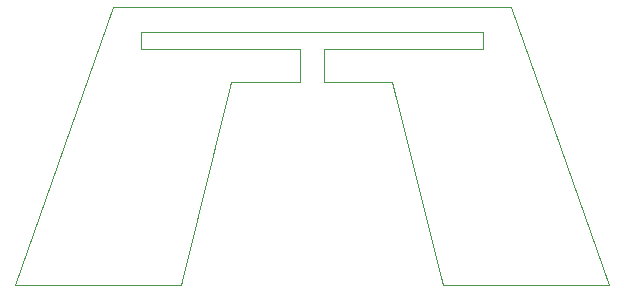
<source format=gbr>
%TF.GenerationSoftware,KiCad,Pcbnew,8.0.5*%
%TF.CreationDate,2024-09-09T18:51:06+02:00*%
%TF.ProjectId,StandOrbs,5374616e-644f-4726-9273-2e6b69636164,rev?*%
%TF.SameCoordinates,Original*%
%TF.FileFunction,Profile,NP*%
%FSLAX46Y46*%
G04 Gerber Fmt 4.6, Leading zero omitted, Abs format (unit mm)*
G04 Created by KiCad (PCBNEW 8.0.5) date 2024-09-09 18:51:06*
%MOMM*%
%LPD*%
G01*
G04 APERTURE LIST*
%TA.AperFunction,Profile*%
%ADD10C,0.050000*%
%TD*%
G04 APERTURE END LIST*
D10*
X93175000Y-83280000D02*
X88875000Y-100440000D01*
X101030000Y-83270000D02*
X106805000Y-83280000D01*
X83120000Y-76895000D02*
X74875000Y-100440000D01*
X98970000Y-80440000D02*
X98970000Y-83270000D01*
X101030000Y-80440000D02*
X101030000Y-83270000D01*
X85490000Y-79040000D02*
X114490000Y-79040000D01*
X98970000Y-83270000D02*
X93175000Y-83280000D01*
X116860000Y-76895000D02*
X83120000Y-76895000D01*
X101030000Y-83270000D02*
X101030000Y-80440000D01*
X116860000Y-76895000D02*
X125125000Y-100440000D01*
X125125000Y-100440000D02*
X111125000Y-100440000D01*
X111125000Y-100440000D02*
X125125000Y-100440000D01*
X114490000Y-79040000D02*
X114490000Y-80440000D01*
X83120000Y-76895000D02*
X116860000Y-76895000D01*
X74875000Y-100440000D02*
X83120000Y-76895000D01*
X88875000Y-100440000D02*
X93175000Y-83280000D01*
X85490000Y-79040000D02*
X85490000Y-80440000D01*
X98970000Y-80440000D02*
X98970000Y-83270000D01*
X74875000Y-100440000D02*
X83120000Y-76895000D01*
X93175000Y-83280000D02*
X98970000Y-83270000D01*
X85490000Y-80440000D02*
X98970000Y-80440000D01*
X106805000Y-83280000D02*
X101030000Y-83270000D01*
X116860000Y-76895000D02*
X125125000Y-100440000D01*
X111125000Y-100440000D02*
X106805000Y-83280000D01*
X106805000Y-83280000D02*
X111125000Y-100440000D01*
X101030000Y-80440000D02*
X114490000Y-80440000D01*
X74875000Y-100440000D02*
X88875000Y-100440000D01*
X88875000Y-100440000D02*
X74875000Y-100440000D01*
M02*

</source>
